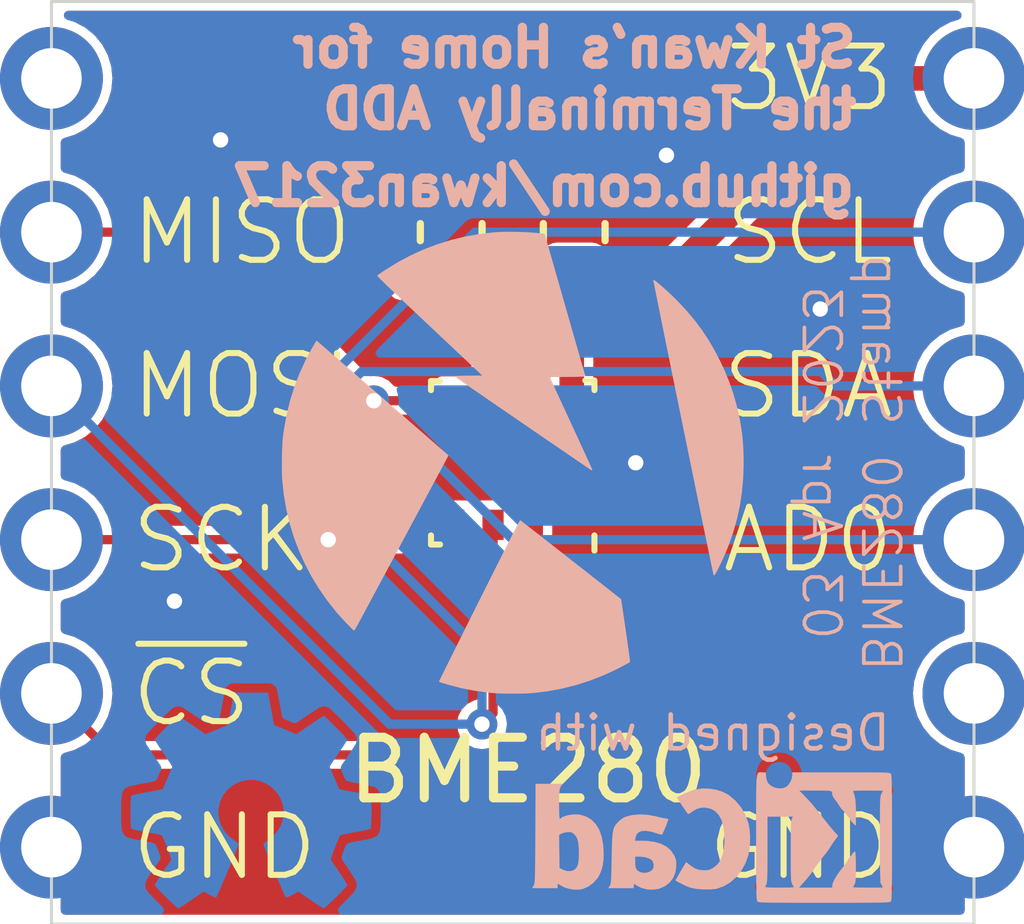
<source format=kicad_pcb>
(kicad_pcb (version 20221018) (generator pcbnew)
  (title_block (date "2022-10-07"))
  (layers (0 "F.Cu" jumper) (31 "B.Cu" signal) (34 "B.Paste" user) (35 "F.Paste" user) (36 "B.SilkS" user "B.Silkscreen") (37 "F.SilkS" user "F.Silkscreen") (38 "B.Mask" user) (39 "F.Mask" user) (44 "Edge.Cuts" user))
  (net 0 "")
  (net 2 "/Pressure/MISO")
  (net 3 "/Pressure/MOSI")
  (net 4 "/Pressure/SCK")
  (net 5 "/Pressure/~{CS}")
  (net 7 "/Pressure/Q_3V3")
  (net 8 "/Pressure/Q_GND")
  (footprint "Capacitor_SMD:C_0603_1608Metric" (layer "F.Cu") (at 151.384 110.49 90)
    (fp_text reference "C206" hide)
    (fp_text value "1uF" hide)
    (pad "1" smd roundrect (at -0.775 0 90) (size 0.9 0.95) (layers "F.Cu" "F.Paste" "F.Mask") (net 7 "/Pressure/Q_3V3"))
    (pad "2" smd roundrect (at 0.775 0 90) (size 0.9 0.95) (layers "F.Cu" "F.Paste" "F.Mask") (net 8 "/Pressure/Q_GND"))
  )
  (footprint "Capacitor_SMD:C_0603_1608Metric" (layer "F.Cu") (at 153.416 110.49 90)
    (fp_text reference "C208" hide)
    (fp_text value "1uF" hide)
    (pad "1" smd roundrect (at -0.775 0 90) (size 0.9 0.95) (layers "F.Cu" "F.Paste" "F.Mask") (net 7 "/Pressure/Q_3V3"))
    (pad "2" smd roundrect (at 0.775 0 90) (size 0.9 0.95) (layers "F.Cu" "F.Paste" "F.Mask") (net 8 "/Pressure/Q_GND"))
  )
  (footprint "KwanSystems:Stamp" (layer "F.Cu") (at 152.4 114.3)
    (fp_text reference "J201" hide)
    (fp_text value "~")
    (fp_text user "SCL" (at 6.35 -3.81 unlocked) (layer "F.SilkS") (effects (font (thickness 0.1)) (justify right)))
    (fp_text user "MOSI" (at -6.35 -1.27 unlocked) (layer "F.SilkS") (effects (font (thickness 0.1)) (justify left)))
    (fp_text user "~{CS}" (at -6.35 3.81 unlocked) (layer "F.SilkS") (effects (font (thickness 0.1)) (justify left)))
    (fp_text user "GND" (at -6.35 6.35 unlocked) (layer "F.SilkS") (effects (font (thickness 0.1)) (justify left)))
    (fp_text user "GND" (at 6.35 6.35 unlocked) (layer "F.SilkS") (effects (font (thickness 0.1)) (justify right)))
    (fp_text user "3V3" (at 6.35 -6.35 unlocked) (layer "F.SilkS") (effects (font (thickness 0.1)) (justify right)))
    (fp_text user "AD0" (at 6.35 1.27 unlocked) (layer "F.SilkS") (effects (font (thickness 0.1)) (justify right)))
    (fp_text user "SDA" (at 6.35 -1.27 unlocked) (layer "F.SilkS") (effects (font (thickness 0.1)) (justify right)))
    (fp_text user "MISO" (at -6.35 -3.81 unlocked) (layer "F.SilkS") (effects (font (thickness 0.1)) (justify left)))
    (fp_text user "SCK" (at -6.35 1.27 unlocked) (layer "F.SilkS") (effects (font (thickness 0.1)) (justify left)))
    (fp_line (start -7.62 -7.62) (end -7.62 7.62) (stroke (width 0.05)) (layer "Edge.Cuts"))
    (fp_line (start -7.62 7.62) (end 7.62 7.62) (stroke (width 0.05)) (layer "Edge.Cuts"))
    (fp_line (start 7.62 -7.62) (end -7.62 -7.62) (stroke (width 0.05)) (layer "Edge.Cuts"))
    (fp_line (start 7.62 7.62) (end 7.62 -7.62) (stroke (width 0.05)) (layer "Edge.Cuts"))
    (pad "1" thru_hole circle (at -7.62 -6.35) (size 1.7 1.7) (drill 1) (layers "*.Cu" "*.Mask"))
    (pad "2" thru_hole circle (at -7.62 -3.81) (size 1.7 1.7) (drill 1) (layers "*.Cu" "*.Mask") (net 2 "/Pressure/MISO"))
    (pad "3" thru_hole circle (at -7.62 -1.27) (size 1.7 1.7) (drill 1) (layers "*.Cu" "*.Mask") (net 3 "/Pressure/MOSI"))
    (pad "4" thru_hole circle (at -7.62 1.27) (size 1.7 1.7) (drill 1) (layers "*.Cu" "*.Mask") (net 4 "/Pressure/SCK"))
    (pad "5" thru_hole circle (at -7.62 3.81) (size 1.7 1.7) (drill 1) (layers "*.Cu" "*.Mask") (net 5 "/Pressure/~{CS}"))
    (pad "6" thru_hole circle (at -7.62 6.35) (size 1.7 1.7) (drill 1) (layers "*.Cu" "*.Mask") (net 8 "/Pressure/Q_GND"))
    (pad "7" thru_hole circle (at 7.62 6.35) (size 1.7 1.7) (drill 1) (layers "*.Cu" "*.Mask") (net 8 "/Pressure/Q_GND"))
    (pad "8" thru_hole circle (at 7.62 3.81) (size 1.7 1.7) (drill 1) (layers "*.Cu" "*.Mask"))
    (pad "9" thru_hole circle (at 7.62 1.27) (size 1.7 1.7) (drill 1) (layers "*.Cu" "*.Mask") (net 2 "/Pressure/MISO"))
    (pad "10" thru_hole circle (at 7.62 -1.27) (size 1.7 1.7) (drill 1) (layers "*.Cu" "*.Mask") (net 3 "/Pressure/MOSI"))
    (pad "11" thru_hole circle (at 7.62 -3.81) (size 1.7 1.7) (drill 1) (layers "*.Cu" "*.Mask") (net 4 "/Pressure/SCK"))
    (pad "12" thru_hole circle (at 7.62 -6.35) (size 1.7 1.7) (drill 1) (layers "*.Cu" "*.Mask") (net 7 "/Pressure/Q_3V3"))
  )
  (footprint "Package_LGA:Bosch_LGA-8_2.5x2.5mm_P0.65mm_ClockwisePinNumbering" (layer "F.Cu") (at 152.4 114.3 180)
    (fp_text reference "U201" hide)
    (fp_text value "BME280" (at -0.254 -5.08) (layer "F.SilkS"))
    (pad "1" smd rect (at -0.975 -1.025 270) (size 0.5 0.35) (layers "F.Cu" "F.Paste" "F.Mask") (net 8 "/Pressure/Q_GND"))
    (pad "2" smd rect (at -0.325 -1.025 270) (size 0.5 0.35) (layers "F.Cu" "F.Paste" "F.Mask") (net 5 "/Pressure/~{CS}"))
    (pad "3" smd rect (at 0.325 -1.025 270) (size 0.5 0.35) (layers "F.Cu" "F.Paste" "F.Mask") (net 3 "/Pressure/MOSI"))
    (pad "4" smd rect (at 0.975 -1.025 270) (size 0.5 0.35) (layers "F.Cu" "F.Paste" "F.Mask") (net 4 "/Pressure/SCK"))
    (pad "5" smd rect (at 0.975 1.025 270) (size 0.5 0.35) (layers "F.Cu" "F.Paste" "F.Mask") (net 2 "/Pressure/MISO"))
    (pad "6" smd rect (at 0.325 1.025 270) (size 0.5 0.35) (layers "F.Cu" "F.Paste" "F.Mask") (net 7 "/Pressure/Q_3V3"))
    (pad "7" smd rect (at -0.325 1.025 270) (size 0.5 0.35) (layers "F.Cu" "F.Paste" "F.Mask") (net 8 "/Pressure/Q_GND"))
    (pad "8" smd rect (at -0.975 1.025 270) (size 0.5 0.35) (layers "F.Cu" "F.Paste" "F.Mask") (net 7 "/Pressure/Q_3V3"))
  )
  (footprint "KwanSystems:OSHW-Symbol_4x3.6mm_SolderMask" (layer "B.Cu") (at 148.082 119.888 180)
    (fp_text reference "G203" hide)
    (fp_text value "OSHW" hide)
    (fp_poly (pts (xy 0.333488 1.518641) (xy 0.383781 1.251867) (xy 0.569352 1.175368) (xy 0.754924 1.098869) (xy 0.977548 1.250252) (xy 1.039894 1.292402) (xy 1.096252 1.330037) (xy 1.143991 1.361437) (xy 1.180482 1.384886) (xy 1.203094 1.398664) (xy 1.209253 1.401635) (xy 1.220346 1.393994) (xy 1.244052 1.372871) (xy 1.277713 1.340963) (xy 1.318672 1.300969) (xy 1.364272 1.255588) (xy 1.411855 1.207517) (xy 1.458765 1.159456) (xy 1.502344 1.114102) (xy 1.539935 1.074153) (xy 1.568882 1.042309) (xy 1.586526 1.021268) (xy 1.590745 1.014226) (xy 1.584674 1.001244) (xy 1.567655 0.972803) (xy 1.541477 0.931684) (xy 1.507931 0.880671) (xy 1.468804 0.822544) (xy 1.446131 0.78939) (xy 1.404806 0.728851) (xy 1.368084 0.674221) (xy 1.337747 0.628218) (xy 1.315577 0.593563) (xy 1.303355 0.572974) (xy 1.301518 0.568648) (xy 1.305682 0.556351) (xy 1.317031 0.527692) (xy 1.333852 0.486701) (xy 1.354435 0.437407) (xy 1.377065 0.383838) (xy 1.400032 0.330025) (xy 1.421622 0.279997) (xy 1.440124 0.237784) (xy 1.453823 0.207414) (xy 1.46101 0.192917) (xy 1.461434 0.192347) (xy 1.472719 0.189578) (xy 1.502771 0.183403) (xy 1.548476 0.174428) (xy 1.606719 0.163259) (xy 1.674386 0.150505) (xy 1.713865 0.143149) (xy 1.78617 0.129383) (xy 1.851478 0.116283) (xy 1.906486 0.104567) (xy 1.947889 0.094951) (xy 1.972382 0.088153) (xy 1.977307 0.085996) (xy 1.982129 0.071396) (xy 1.98602 0.038425) (xy 1.988982 -0.009065) (xy 1.991018 -0.067216) (xy 1.992131 -0.132172) (xy 1.992323 -0.200079) (xy 1.991596 -0.267081) (xy 1.989954 -0.329321) (xy 1.987399 -0.382945) (xy 1.983933 -0.424096) (xy 1.97956 -0.448918) (xy 1.976937 -0.454086) (xy 1.961258 -0.46028) (xy 1.928036 -0.469135) (xy 1.881664 -0.479611) (xy 1.826538 -0.490668) (xy 1.807295 -0.494245) (xy 1.714514 -0.51124) (xy 1.641225 -0.524926) (xy 1.585004 -0.535848) (xy 1.54343 -0.54455) (xy 1.514083 -0.551575) (xy 1.494538 -0.557469) (xy 1.482377 -0.562774) (xy 1.475176 -0.568034) (xy 1.474168 -0.569074) (xy 1.46411 -0.585823) (xy 1.448768 -0.618417) (xy 1.429673 -0.662866) (xy 1.408356 -0.715179) (xy 1.38635 -0.771365) (xy 1.365187 -0.827431) (xy 1.346398 -0.879388) (xy 1.331516 -0.923244) (xy 1.322072 -0.955007) (xy 1.319599 -0.970687) (xy 1.319806 -0.971236) (xy 1.328185 -0.984052) (xy 1.347193 -1.01225) (xy 1.374835 -1.052896) (xy 1.409111 -1.103054) (xy 1.448024 -1.159789) (xy 1.459106 -1.175912) (xy 1.498619 -1.234365) (xy 1.53339 -1.287698) (xy 1.561523 -1.332847) (xy 1.581124 -1.366752) (xy 1.5903 -1.386349) (xy 1.590745 -1.388756) (xy 1.583035 -1.40141) (xy 1.561733 -1.426478) (xy 1.529576 -1.461267) (xy 1.489303 -1.503081) (xy 1.443652 -1.549227) (xy 1.395362 -1.59701) (xy 1.347172 -1.643737) (xy 1.301819 -1.686712) (xy 1.262043 -1.723242) (xy 1.230581 -1.750633) (xy 1.210173 -1.76619) (xy 1.204527 -1.76873) (xy 1.191386 -1.762747) (xy 1.16448 -1.746612) (xy 1.128193 -1.723042) (xy 1.100273 -1.70407) (xy 1.049685 -1.669259) (xy 0.989776 -1.62827) (xy 0.929684 -1.587347) (xy 0.897376 -1.565445) (xy 0.788023 -1.49148) (xy 0.696229 -1.541112) (xy 0.654409 -1.562855) (xy 0.618848 -1.579756) (xy 0.594787 -1.589395) (xy 0.588662 -1.590736) (xy 0.581297 -1.580833) (xy 0.566768 -1.552849) (xy 0.546158 -1.509365) (xy 0.520553 -1.452964) (xy 0.491036 -1.386224) (xy 0.458694 -1.311729) (xy 0.42461 -1.232059) (xy 0.389869 -1.149796) (xy 0.355556 -1.067521) (xy 0.322754 -0.987815) (xy 0.29255 -0.913259) (xy 0.266028 -0.846435) (xy 0.244271 -0.789923) (xy 0.228365 -0.746306) (xy 0.219395 -0.718165) (xy 0.217952 -0.7085) (xy 0.229387 -0.696172) (xy 0.254422 -0.67616) (xy 0.287824 -0.652621) (xy 0.290627 -0.650759) (xy 0.376958 -0.581654) (xy 0.44657 -0.501032) (xy 0.498858 -0.41147) (xy 0.533219 -0.315548) (xy 0.549052 -0.215842) (xy 0.545751 -0.114931) (xy 0.522714 -0.015393) (xy 0.479337 0.080195) (xy 0.466576 0.101108) (xy 0.400198 0.185558) (xy 0.321781 0.253372) (xy 0.234038 0.304198) (xy 0.139685 0.337684) (xy 0.041434 0.353476) (xy -0.058 0.351222) (xy -0.155903 0.33057) (xy -0.249561 0.291166) (xy -0.33626 0.232659) (xy -0.363079 0.208912) (xy -0.431333 0.134578) (xy -0.481069 0.056326) (xy -0.515186 -0.031389) (xy -0.534188 -0.118253) (xy -0.538879 -0.215916) (xy -0.523237 -0.314064) (xy -0.488853 -0.409379) (xy -0.437314 -0.498544) (xy -0.370208 -0.578241) (xy -0.289126 -0.645154) (xy -0.27847 -0.652207) (xy -0.24471 -0.675305) (xy -0.219046 -0.695318) (xy -0.206777 -0.708096) (xy -0.206599 -0.7085) (xy -0.209233 -0.722323) (xy -0.219674 -0.753694) (xy -0.236839 -0.800034) (xy -0.259641 -0.858761) (xy -0.286996 -0.927295) (xy -0.317818 -1.003055) (xy -0.351023 -1.08346) (xy -0.385525 -1.165931) (xy -0.420239 -1.247885) (xy -0.454081 -1.326742) (xy -0.485965 -1.399923) (xy -0.514806 -1.464845) (xy -0.539519 -1.518929) (xy -0.559019 -1.559594) (xy -0.572222 -1.584258) (xy -0.577538 -1.590736) (xy -0.593784 -1.585691) (xy -0.624182 -1.572163) (xy -0.66349 -1.552568) (xy -0.685105 -1.541112) (xy -0.776899 -1.49148) (xy -0.886253 -1.565445) (xy -0.942075 -1.603337) (xy -1.003191 -1.645036) (xy -1.060463 -1.684299) (xy -1.08915 -1.70407) (xy -1.129497 -1.731164) (xy -1.163662 -1.752634) (xy -1.187188 -1.765763) (xy -1.194829 -1.768538) (xy -1.20595 -1.761051) (xy -1.230565 -1.740151) (xy -1.266285 -1.708007) (xy -1.310725 -1.66679) (xy -1.361499 -1.618669) (xy -1.393611 -1.587772) (xy -1.449791 -1.532572) (xy -1.498345 -1.483199) (xy -1.537306 -1.441767) (xy -1.564715 -1.410386) (xy -1.578607 -1.39117) (xy -1.579939 -1.38727) (xy -1.573754 -1.372436) (xy -1.556663 -1.342443) (xy -1.530562 -1.300327) (xy -1.497346 -1.249125) (xy -1.458912 -1.191874) (xy -1.447982 -1.175912) (xy -1.408156 -1.1179) (xy -1.372427 -1.06567) (xy -1.34279 -1.022157) (xy -1.321245 -0.990296) (xy -1.309789 -0.973022) (xy -1.308682 -0.971236) (xy -1.310337 -0.957469) (xy -1.319123 -0.927202) (xy -1.333508 -0.884425) (xy -1.35196 -0.833128) (xy -1.372946 -0.777304) (xy -1.394936 -0.720944) (xy -1.416397 -0.668039) (xy -1.435796 -0.62258) (xy -1.451603 -0.588559) (xy -1.462285 -0.569966) (xy -1.463044 -0.569074) (xy -1.469576 -0.563761) (xy -1.480609 -0.558506) (xy -1.498564 -0.552766) (xy -1.525862 -0.545998) (xy -1.564925 -0.537656) (xy -1.618177 -0.527198) (xy -1.688036 -0.514079) (xy -1.776925 -0.497755) (xy -1.796171 -0.494245) (xy -1.853212 -0.483224) (xy -1.902939 -0.472443) (xy -1.940958 -0.462941) (xy -1.962875 -0.45576) (xy -1.965814 -0.454086) (xy -1.970656 -0.439243) (xy -1.974592 -0.406074) (xy -1.97762 -0.358433) (xy -1.979735 -0.300178) (xy -1.980937 -0.235163) (xy -1.981222 -0.167244) (xy -1.980586 -0.100277) (xy -1.979029 -0.038117) (xy -1.976548 0.015379) (xy -1.973138 0.056357) (xy -1.968799 0.08096) (xy -1.966183 0.085996) (xy -1.951619 0.091075) (xy -1.918456 0.099339) (xy -1.869997 0.11007) (xy -1.809547 0.122551) (xy -1.74041 0.136066) (xy -1.702741 0.143149) (xy -1.631272 0.156509) (xy -1.567539 0.168613) (xy -1.514656 0.178851) (xy -1.47574 0.186619) (xy -1.453904 0.191307) (xy -1.45031 0.192347) (xy -1.444237 0.204066) (xy -1.431397 0.232294) (xy -1.413503 0.272998) (xy -1.392267 0.322145) (xy -1.369399 0.375703) (xy -1.346612 0.429639) (xy -1.325616 0.479919) (xy -1.308124 0.522512) (xy -1.295846 0.553384) (xy -1.290494 0.568502) (xy -1.290394 0.569162) (xy -1.296461 0.581089) (xy -1.31347 0.608534) (xy -1.339634 0.64877) (xy -1.373164 0.69907) (xy -1.412272 0.756704) (xy -1.435007 0.78981) (xy -1.476435 0.850511) (xy -1.51323 0.905622) (xy -1.543598 0.952354) (xy -1.565743 0.987919) (xy -1.577869 1.009529) (xy -1.579621 1.014374) (xy -1.572092 1.02565) (xy -1.551278 1.049726) (xy -1.519838 1.083904) (xy -1.48043 1.125489) (xy -1.435714 1.171781) (xy -1.388348 1.220085) (xy -1.34099 1.267702) (xy -1.2963 1.311936) (xy -1.256936 1.350089) (xy -1.225558 1.379464) (xy -1.204823 1.397363) (xy -1.197887 1.401635) (xy -1.186592 1.395628) (xy -1.159579 1.378753) (xy -1.119472 1.352728) (xy -1.068899 1.319269) (xy -1.010486 1.280096) (xy -0.966424 1.250252) (xy -0.7438 1.098869) (xy -0.372657 1.251867) (xy -0.322365 1.518641) (xy -0.272072 1.785416) (xy 0.283196 1.785416) (xy 0.333488 1.518641)) (stroke (width 0.01)) (fill solid) (layer "B.Cu"))
  )
  (footprint "KwanSystems:Symbol_KiCAD-Logo_CopperAndSilkScreenTop_small" (layer "B.Cu") (at 155.702 120.396 180)
    (fp_text reference "G202" hide)
    (fp_text value "Designed with" (at 0 1.633196) (layer "B.SilkS") (effects (font (size 0.5588 0.5588) (thickness 0.0762)) (justify mirror)))
    (fp_poly (pts (xy -1.022029 1.13702) (xy -0.963228 1.103803) (xy -0.916489 1.052478) (xy -0.894594 1.009438) (xy -0.879289 0.940193) (xy -0.88384 0.871205) (xy -0.907514 0.810458) (xy -0.913706 0.801075) (xy -0.958926 0.757296) (xy -1.018364 0.727224) (xy -1.084834 0.712291) (xy -1.151144 0.713933) (xy -1.210105 0.733584) (xy -1.220497 0.739878) (xy -1.261632 0.779303) (xy -1.295543 0.833615) (xy -1.316627 0.892353) (xy -1.3208 0.927101) (xy -1.311163 0.981713) (xy -1.285905 1.038945) (xy -1.250509 1.088421) (xy -1.222679 1.112853) (xy -1.15657 1.143062) (xy -1.088082 1.150612) (xy -1.022029 1.13702)) (stroke (width 0.01)) (fill solid) (layer "B.Cu"))
    (fp_poly (pts (xy -0.9017 -0.296023) (xy -0.90159 -0.431764) (xy -0.901209 -0.544309) (xy -0.900487 -0.635861) (xy -0.899353 -0.70862) (xy -0.897735 -0.764792) (xy -0.895561 -0.806578) (xy -0.89276 -0.83618) (xy -0.889261 -0.855802) (xy -0.884992 -0.867646) (xy -0.883054 -0.870698) (xy -0.869911 -0.889472) (xy -0.864555 -0.903543) (xy -0.869645 -0.913587) (xy -0.887844 -0.920282) (xy -0.921812 -0.924303) (xy -0.974211 -0.926327) (xy -1.047701 -0.92703) (xy -1.1049 -0.9271) (xy -1.180041 -0.926758) (xy -1.245637 -0.925804) (xy -1.297787 -0.924351) (xy -1.332591 -0.922509) (xy -1.346148 -0.920388) (xy -1.3462 -0.920244) (xy -1.340923 -0.905727) (xy -1.327637 -0.877255) (xy -1.3208 -0.8636) (xy -1.314367 -0.84988) (xy -1.309121 -0.834697) (xy -1.30494 -0.81546) (xy -1.301705 -0.789578) (xy -1.299295 -0.754459) (xy -1.297589 -0.707514) (xy -1.296468 -0.646151) (xy -1.29581 -0.56778) (xy -1.295495 -0.469809) (xy -1.295403 -0.349648) (xy -1.2954 -0.317375) (xy -1.295527 -0.188635) (xy -1.295965 -0.082875) (xy -1.296802 0.002325) (xy -1.298126 0.069381) (xy -1.300025 0.120715) (xy -1.302587 0.158744) (xy -1.305899 0.185887) (xy -1.310049 0.204564) (xy -1.314777 0.216531) (xy -1.334153 0.254) (xy -0.9017 0.254) (xy -0.9017 -0.296023)) (stroke (width 0.01)) (fill solid) (layer "B.Cu"))
    (fp_poly (pts (xy -1.693127 0.6858) (xy -1.420471 0.6858) (xy -1.519861 0.585107) (xy -1.684715 0.403655) (xy -1.791925 0.266593) (xy -1.831149 0.2148) (xy -1.878428 0.154736) (xy -1.928475 0.092899) (xy -1.976001 0.035791) (xy -2.015717 -0.010091) (xy -2.028266 -0.02388) (xy -2.068982 -0.067606) (xy -2.034003 -0.113178) (xy -1.966282 -0.207802) (xy -1.922511 -0.277525) (xy -1.895076 -0.318643) (xy -1.864438 -0.358306) (xy -1.861864 -0.361304) (xy -1.827389 -0.402791) (xy -1.787127 -0.454069) (xy -1.745529 -0.509144) (xy -1.707049 -0.562024) (xy -1.676141 -0.606713) (xy -1.658312 -0.635274) (xy -1.640772 -0.661798) (xy -1.611507 -0.701031) (xy -1.57559 -0.746626) (xy -1.538093 -0.792236) (xy -1.504086 -0.831516) (xy -1.4859 -0.85101) (xy -1.473956 -0.864041) (xy -1.452819 -0.887703) (xy -1.448762 -0.892285) (xy -1.417973 -0.9271) (xy -1.9812 -0.9271) (xy -1.9812 -0.887962) (xy -1.989582 -0.849698) (xy -2.013196 -0.797075) (xy -2.049754 -0.73412) (xy -2.09696 -0.664858) (xy -2.140729 -0.607767) (xy -2.176366 -0.561657) (xy -2.209027 -0.516135) (xy -2.232612 -0.479768) (xy -2.235665 -0.474417) (xy -2.255686 -0.441217) (xy -2.273329 -0.417142) (xy -2.277651 -0.41275) (xy -2.294931 -0.393408) (xy -2.315043 -0.365125) (xy -2.333887 -0.341047) (xy -2.349143 -0.330244) (xy -2.349793 -0.3302) (xy -2.354231 -0.342546) (xy -2.357791 -0.378191) (xy -2.360368 -0.435046) (xy -2.361859 -0.511022) (xy -2.3622 -0.578481) (xy -2.361858 -0.668132) (xy -2.360653 -0.736135) (xy -2.358313 -0.786238) (xy -2.354569 -0.822185) (xy -2.349151 -0.847722) (xy -2.34179 -0.866594) (xy -2.341378 -0.867406) (xy -2.323642 -0.897246) (xy -2.307889 -0.916309) (xy -2.306453 -0.917381) (xy -2.314202 -0.920162) (xy -2.343877 -0.922631) (xy -2.392007 -0.924656) (xy -2.455121 -0.926104) (xy -2.529745 -0.926841) (xy -2.555603 -0.926906) (xy -2.818856 -0.9271) (xy -2.804016 -0.892175) (xy -2.78993 -0.862879) (xy -2.778888 -0.845185) (xy -2.776972 -0.830571) (xy -2.775172 -0.792891) (xy -2.773521 -0.734476) (xy -2.772052 -0.657659) (xy -2.770801 -0.564773) (xy -2.769798 -0.458151) (xy -2.769079 -0.340126) (xy -2.768677 -0.21303) (xy -2.768601 -0.127145) (xy -2.76863 0.024845) (xy -2.768765 0.153544) (xy -2.769077 0.261063) (xy -2.769637 0.349511) (xy -2.770516 0.420998) (xy -2.771784 0.477634) (xy -2.773512 0.521528) (xy -2.775772 0.55479) (xy -2.778634 0.57953) (xy -2.782169 0.597857) (xy -2.786448 0.611882) (xy -2.791542 0.623713) (xy -2.794001 0.628651) (xy -2.809378 0.659566) (xy -2.818405 0.67917) (xy -2.819401 0.682136) (xy -2.807333 0.683247) (xy -2.773656 0.684222) (xy -2.722164 0.685008) (xy -2.656647 0.68555) (xy -2.580898 0.685793) (xy -2.564042 0.6858) (xy -2.47747 0.685668) (xy -2.413186 0.685085) (xy -2.368077 0.683768) (xy -2.339032 0.681439) (xy -2.322938 0.677814) (xy -2.316684 0.672614) (xy -2.317157 0.665558) (xy -2.317918 0.663575) (xy -2.334598 0.619164) (xy -2.346631 0.57491) (xy -2.35471 0.52543) (xy -2.359529 0.46534) (xy -2.36178 0.389256) (xy -2.3622 0.319456) (xy -2.362201 0.109548) (xy -2.324101 0.14605) (xy -2.300294 0.171222) (xy -2.287003 0.189861) (xy -2.286 0.193259) (xy -2.278432 0.206225) (xy -2.258686 0.232936) (xy -2.231206 0.267928) (xy -2.200434 0.305736) (xy -2.170812 0.340896) (xy -2.146781 0.367943) (xy -2.133381 0.381) (xy -2.12222 0.394633) (xy -2.103032 0.422685) (xy -2.089099 0.4445) (xy -2.059998 0.488351) (xy -2.028525 0.531651) (xy -2.017351 0.545819) (xy -1.994994 0.579132) (xy -1.982296 0.609679) (xy -1.9812 0.617805) (xy -1.980939 0.639662) (xy -1.978105 0.656249) (xy -1.969619 0.668294) (xy -1.952406 0.676523) (xy -1.923387 0.681662) (xy -1.879486 0.684437) (xy -1.817625 0.685575) (xy -1.734728 0.685802) (xy -1.693127 0.6858)) (stroke (width 0.01)) (fill solid) (layer "B.Cu"))
  )
  (footprint "KwanSystems:KWAN_CIRCLE" (layer "B.Cu") (at 152.4 114.3 180)
    (fp_text reference "G201" hide)
    (fp_text value "github.com/kwan3217" (at -0.508 4.572) (layer "B.SilkS") (effects (font (size 0.6096 0.6096) (thickness 0.1524)) (justify mirror)))
    (fp_text user "the Terminally ADD" (at -1.27 5.842 unlocked) (layer "B.SilkS") (effects (font (size 0.6096 0.6096) (thickness 0.1524)) (justify mirror)))
    (fp_text user "St Kwan's Home for" (at -1.016 6.858 unlocked) (layer "B.SilkS") (effects (font (size 0.6096 0.6096) (thickness 0.1524)) (justify mirror)))
  )
  (gr_circle (center 150.114 114.3) (end 150.368 114.3) (stroke (width 0.15)) (fill solid) (layer "F.SilkS"))
  (gr_text "BME280 Stamp\n03 Apr 2023" (at 157.988 114.3 270) (layer "B.SilkS") (effects (font (size 0.6096 0.6096) (thickness 0.06096)) (justify mirror)))
  (segment (start 150.105 113.275) (end 147.32 110.49) (width 0.1524) (layer "F.Cu") (net 2))
  (segment (start 147.32 110.49) (end 144.78 110.49) (width 0.1524) (layer "F.Cu") (net 2))
  (segment (start 151.425 113.275) (end 150.105 113.275) (width 0.1524) (layer "F.Cu") (net 2))
  (via (at 150.105 113.275) (size 0.508) (drill 0.254) (layers "F.Cu" "B.Cu") (net 2))
  (segment (start 160.02 115.57) (end 152.4 115.57) (width 0.1524) (layer "B.Cu") (net 2))
  (segment (start 152.4 115.57) (end 150.105 113.275) (width 0.1524) (layer "B.Cu") (net 2))
  (segment (start 152.075 118.435) (end 151.892 118.618) (width 0.1524) (layer "F.Cu") (net 3))
  (segment (start 152.075 115.325) (end 152.075 118.435) (width 0.1524) (layer "F.Cu") (net 3))
  (via (at 151.892 118.618) (size 0.508) (drill 0.254) (layers "F.Cu" "B.Cu") (net 3))
  (segment (start 157.4964 112.7924) (end 149.9051 112.7924) (width 0.1524) (layer "B.Cu") (net 3))
  (segment (start 151.892 118.618) (end 151.13 118.618) (width 0.1524) (layer "B.Cu") (net 3))
  (segment (start 151.892 117.4275) (end 151.892 118.618) (width 0.1524) (layer "B.Cu") (net 3))
  (segment (start 149.606 115.1415) (end 151.892 117.4275) (width 0.1524) (layer "B.Cu") (net 3))
  (segment (start 149.9051 112.7924) (end 149.606 113.0915) (width 0.1524) (layer "B.Cu") (net 3))
  (segment (start 157.734 113.03) (end 157.4964 112.7924) (width 0.1524) (layer "B.Cu") (net 3))
  (segment (start 151.13 118.618) (end 150.368 118.618) (width 0.1524) (layer "B.Cu") (net 3))
  (segment (start 160.02 113.03) (end 157.734 113.03) (width 0.1524) (layer "B.Cu") (net 3))
  (segment (start 150.368 118.618) (end 144.78 113.03) (width 0.1524) (layer "B.Cu") (net 3))
  (segment (start 149.606 113.0915) (end 149.606 115.1415) (width 0.1524) (layer "B.Cu") (net 3))
  (segment (start 149.352 115.57) (end 151.18 115.57) (width 0.1524) (layer "F.Cu") (net 4))
  (segment (start 144.78 115.57) (end 149.352 115.57) (width 0.1524) (layer "F.Cu") (net 4))
  (segment (start 151.18 115.57) (end 151.425 115.325) (width 0.1524) (layer "F.Cu") (net 4))
  (via (at 149.352 115.57) (size 0.508) (drill 0.254) (layers "F.Cu" "B.Cu") (net 4))
  (segment (start 149.3012 115.5192) (end 149.352 115.57) (width 0.1524) (layer "B.Cu") (net 4))
  (segment (start 151.776448 110.49) (end 149.3012 112.965248) (width 0.1524) (layer "B.Cu") (net 4))
  (segment (start 160.02 110.49) (end 151.776448 110.49) (width 0.1524) (layer "B.Cu") (net 4))
  (segment (start 149.3012 112.965248) (end 149.3012 115.5192) (width 0.1524) (layer "B.Cu") (net 4))
  (segment (start 152.725 118.801) (end 152.4 119.126) (width 0.1524) (layer "F.Cu") (net 5))
  (segment (start 152.725 115.325) (end 152.725 118.801) (width 0.1524) (layer "F.Cu") (net 5))
  (segment (start 145.796 119.126) (end 144.78 118.11) (width 0.1524) (layer "F.Cu") (net 5))
  (segment (start 152.4 119.126) (end 145.796 119.126) (width 0.1524) (layer "F.Cu") (net 5))
  (segment (start 151.384 111.265) (end 152.075 111.956) (width 0.4064) (layer "F.Cu") (net 7))
  (segment (start 153.416 111.265) (end 154.927 111.265) (width 0.4064) (layer "F.Cu") (net 7))
  (segment (start 150.5534 108.0186) (end 150.5534 111.1964) (width 0.4064) (layer "F.Cu") (net 7))
  (segment (start 155.448 107.95) (end 150.622 107.95) (width 0.4064) (layer "F.Cu") (net 7))
  (segment (start 156.845 109.347) (end 158.242 107.95) (width 0.4064) (layer "F.Cu") (net 7))
  (segment (start 150.5534 111.1964) (end 150.622 111.265) (width 0.4064) (layer "F.Cu") (net 7))
  (segment (start 156.845 109.347) (end 155.448 107.95) (width 0.4064) (layer "F.Cu") (net 7))
  (segment (start 152.075 111.956) (end 152.075 113.275) (width 0.4064) (layer "F.Cu") (net 7))
  (segment (start 150.622 107.95) (end 150.5534 108.0186) (width 0.4064) (layer "F.Cu") (net 7))
  (segment (start 153.375 111.306) (end 153.416 111.265) (width 0.4064) (layer "F.Cu") (net 7))
  (segment (start 151.384 111.265) (end 150.622 111.265) (width 0.4064) (layer "F.Cu") (net 7))
  (segment (start 154.927 111.265) (end 156.845 109.347) (width 0.4064) (layer "F.Cu") (net 7))
  (segment (start 158.242 107.95) (end 160.02 107.95) (width 0.4064) (layer "F.Cu") (net 7))
  (segment (start 153.375 113.275) (end 153.375 111.306) (width 0.4064) (layer "F.Cu") (net 7))
  (via (at 154.94 109.22) (size 0.508) (drill 0.254) (layers "F.Cu" "B.Cu") (net 8))
  (via (at 154.432 114.3) (size 0.508) (drill 0.254) (layers "F.Cu" "B.Cu") (net 8))
  (via (at 146.812 116.586) (size 0.508) (drill 0.254) (layers "F.Cu" "B.Cu") (net 8))
  (via (at 147.574 108.966) (size 0.508) (drill 0.254) (layers "F.Cu" "B.Cu") (net 8))
  (via (at 157.48 111.76) (size 0.508) (drill 0.254) (layers "F.Cu" "B.Cu") (net 8))
  (zone (net 8) (net_name "/Pressure/Q_GND") (layers "F&B.Cu") (connect_pads yes (clearance 0.1524)) (min_thickness 0.1524) (fill yes (thermal_gap 0.5) (thermal_bridge_width 0.5))
    (polygon (pts (xy 144.78 106.68) (xy 160.02 106.68) (xy 160.02 121.92) (xy 144.78 121.92)))
  )
)
</source>
